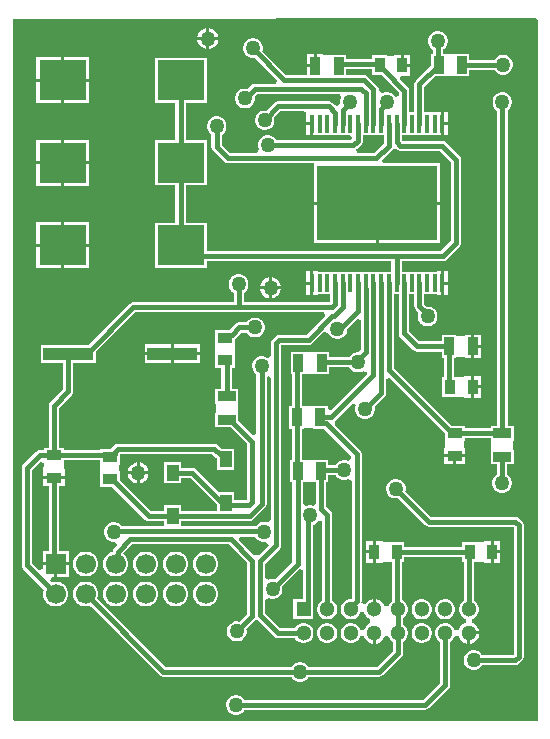
<source format=gbr>
%FSTAX23Y23*%
%MOIN*%
%SFA1B1*%

%IPPOS*%
%ADD19R,0.157480X0.133858*%
%ADD20R,0.033465X0.059055*%
%ADD21R,0.035433X0.051181*%
%ADD22R,0.401574X0.248031*%
%ADD23R,0.017323X0.059055*%
%ADD24R,0.059055X0.033465*%
%ADD25R,0.043307X0.055118*%
%ADD26R,0.051181X0.035433*%
%ADD27R,0.165354X0.043307*%
%ADD42C,0.017716*%
%ADD43C,0.051181*%
%ADD44R,0.051181X0.051181*%
%ADD45R,0.066929X0.066929*%
%ADD46C,0.066929*%
%ADD47C,0.050000*%
%LNpcb1_copper_signal_top-1*%
%LPD*%
G36*
X02051Y02558D02*
Y0022D01*
X00306*
X00303Y00228*
Y02562*
X02042Y02566*
X02051Y02558*
G37*
%LNpcb1_copper_signal_top-2*%
%LPC*%
G36*
X00957Y0253D02*
Y02501D01*
X00987*
X00985Y02509*
X0098Y02517*
X00974Y02524*
X00966Y02528*
X00957Y0253*
G37*
G36*
X00947D02*
X00939Y02528D01*
X00931Y02524*
X00924Y02517*
X0092Y02509*
X00917Y02501*
X00947*
Y0253*
G37*
G36*
X00987Y02491D02*
X00957D01*
Y02461*
X00966Y02463*
X00974Y02468*
X0098Y02474*
X00985Y02482*
X00987Y02491*
G37*
G36*
X00947D02*
X00917D01*
X0092Y02482*
X00924Y02474*
X00931Y02468*
X00939Y02463*
X00947Y02461*
Y02491*
G37*
G36*
X01627Y02442D02*
X01605D01*
Y02412*
X01627*
Y02442*
G37*
G36*
X01305Y02445D02*
X01283D01*
Y0241*
X01305*
Y02445*
G37*
G36*
X00556Y02434D02*
X00473D01*
Y02362*
X00556*
Y02434*
G37*
G36*
X00463D02*
X00379D01*
Y02362*
X00463*
Y02434*
G37*
G36*
X00556Y02352D02*
X00473D01*
Y0228*
X00556*
Y02352*
G37*
G36*
X00463D02*
X00379D01*
Y0228*
X00463*
Y02352*
G37*
G36*
X01723Y02521D02*
X01714D01*
X01706Y02519*
X01698Y02514*
X01692Y02508*
X01688Y02501*
X01686Y02492*
Y02484*
X01688Y02475*
X01692Y02468*
X01698Y02462*
X01703Y02459*
Y02445*
X01696*
Y02407*
X01645Y02356*
X01642Y0235*
X0164Y02343*
Y0225*
X01623*
Y02322*
X01622Y02329*
X01618Y02334*
X01592Y0236*
X01597Y02371*
X01627*
Y02402*
X016*
Y02407*
X01595*
Y02442*
X01572*
Y02439*
X0155*
Y0244*
X01499*
Y02429*
X01414*
Y02442*
X01364*
Y02441*
X01337*
Y02445*
X01315*
Y02405*
X0131*
Y024*
X01283*
Y02376*
X01214*
X01134Y02456*
X01135Y02459*
Y02468*
X01133Y02476*
X01129Y02484*
X01123Y0249*
X01115Y02494*
X01107Y02497*
X01098*
X0109Y02494*
X01082Y0249*
X01076Y02484*
X01072Y02476*
X0107Y02468*
Y02459*
X01072Y02451*
X01076Y02443*
X01082Y02437*
X0109Y02433*
X01098Y02431*
X01107*
X0111Y02432*
X01184Y02358*
X0118Y02346*
X01108*
X01101Y02344*
X01096Y02341*
X01084Y02328*
X0108Y02329*
X01071*
X01063Y02327*
X01056Y02323*
X01049Y02317*
X01045Y02309*
X01043Y02301*
Y02292*
X01045Y02284*
X01049Y02276*
X01056Y0227*
X01063Y02266*
X01071Y02264*
X0108*
X01088Y02266*
X01096Y0227*
X01102Y02276*
X01106Y02284*
X01109Y02292*
Y02301*
X01108Y02303*
X01116Y02312*
X01391*
X01391Y02312*
X01397Y023*
X01395Y02297*
X01393Y02289*
Y02282*
X01389Y02276*
X01384Y02272*
X01376Y02273*
X01367Y02282*
X01361Y02285*
X01355Y02287*
X01186*
X01179Y02285*
X01174Y02282*
X01148Y02256*
X01146Y02256*
X01137*
X01129Y02254*
X01121Y0225*
X01115Y02244*
X01111Y02236*
X01108Y02228*
Y02219*
X01111Y02211*
X01115Y02203*
X01121Y02197*
X01129Y02193*
X01137Y02191*
X01146*
X01154Y02193*
X01161Y02197*
X01168Y02203*
X01172Y02211*
X01174Y02219*
Y02228*
X01173Y02233*
X01193Y02253*
X01269*
X0128Y02252*
Y02217*
X01299*
Y02212*
X01304*
Y02173*
X01318*
Y02175*
X01426*
X01431Y02163*
X01426Y02158*
X0118*
X01178Y02161*
X01172Y02167*
X01164Y02171*
X01156Y02173*
X01147*
X01139Y02171*
X01131Y02167*
X01125Y02161*
X01121Y02153*
X01119Y02145*
Y02136*
X01121Y02128*
X01122Y02127*
X01115Y02115*
X01026*
X00999Y02142*
Y02176*
X01002Y02177*
X01008Y02184*
X01012Y02191*
X01014Y02199*
Y02208*
X01012Y02216*
X01008Y02224*
X01002Y0223*
X00994Y02234*
X00986Y02237*
X00977*
X00969Y02234*
X00961Y0223*
X00955Y02224*
X00951Y02216*
X00949Y02208*
Y02199*
X00951Y02191*
X00955Y02184*
X00961Y02177*
X00964Y02176*
Y02135*
X00966Y02128*
X00969Y02123*
X01006Y02086*
X01012Y02082*
X01019Y02081*
X01294*
X01306Y02081*
Y02069*
Y01952*
X01517*
X01727*
Y02081*
X01537*
X01532Y02092*
X01565Y02125*
X01572Y02127*
X0158Y02127*
X0158Y02127*
X01586Y02123*
X01592Y02122*
X01726*
X01763Y02084*
Y01823*
X01729Y01789*
X00948*
Y01882*
X00878*
Y02007*
X00948*
Y02157*
X00878*
Y02282*
X00948*
Y02432*
X00775*
Y02282*
X00844*
Y02157*
X00775*
Y02007*
X00844*
Y01882*
X00775*
Y01732*
X00948*
Y01755*
X01564*
Y01718*
X01318*
Y0172*
X01304*
Y01681*
Y01641*
X01318*
Y01643*
X01359*
Y01617*
X01358Y01617*
X01072*
Y01649*
X01075Y0165*
X01081Y01656*
X01085Y01664*
X01087Y01672*
Y01681*
X01085Y01689*
X01081Y01697*
X01075Y01703*
X01067Y01707*
X01059Y0171*
X0105*
X01042Y01707*
X01034Y01703*
X01028Y01697*
X01024Y01689*
X01022Y01681*
Y01672*
X01024Y01664*
X01028Y01656*
X01034Y0165*
X01038Y01649*
Y01617*
X00703*
X00696Y01616*
X00691Y01612*
X00554Y01475*
X00397*
Y01416*
X0047*
Y01327*
X00427Y01284*
X00424Y01279*
X00422Y01272*
Y01132*
X00406*
Y01124*
X00392*
X00385Y01123*
X0038Y01119*
X00337Y01077*
X00334Y01071*
X00332Y01065*
Y0074*
X00334Y00733*
X00337Y00727*
X00406Y00659*
X00403Y0065*
Y00639*
X00406Y00629*
X00411Y00619*
X00419Y00611*
X00429Y00606*
X00439Y00603*
X0045*
X0046Y00606*
X0047Y00611*
X00478Y00619*
X00483Y00629*
X00486Y00639*
Y0065*
X00483Y0066*
X00478Y0067*
X0047Y00678*
X0046Y00683*
X0045Y00686*
X00439*
X00432Y00684*
X00427Y00689*
X00432Y00701*
X0044*
Y0074*
X00401*
Y00728*
X0039Y00723*
X00367Y00747*
Y01057*
X00394Y01085*
X00406Y01081*
X00407Y01072*
X00404Y0106*
Y01037*
X0044*
X00475*
Y0106*
X00472*
Y01081*
X00473*
Y0109*
X00591*
Y01076*
X00592*
Y01053*
X00591*
Y01002*
X00634*
X00743Y00892*
X00748Y00889*
X00755Y00887*
X00805*
Y0087*
X00665*
X00665Y00871*
X00659Y00877*
X00651Y00881*
X00643Y00883*
X00634*
X00626Y00881*
X00618Y00877*
X00612Y00871*
X00608Y00863*
X00606Y00855*
Y00846*
X00608Y00838*
X00612Y0083*
X00618Y00824*
X00626Y0082*
X00634Y00818*
X00643*
X00643Y00817*
X00649Y00807*
X0064Y00798*
X00637Y00793*
X00635Y00786*
Y00785*
X00629Y00783*
X00619Y00778*
X00611Y0077*
X00606Y0076*
X00603Y0075*
Y00739*
X00606Y00729*
X00611Y00719*
X00619Y00711*
X00629Y00706*
X00639Y00703*
X0065*
X0066Y00706*
X0067Y00711*
X00678Y00719*
X00683Y00729*
X00686Y00739*
Y0075*
X00683Y0076*
X00678Y0077*
X0067Y00778*
X00677Y00787*
X00701Y00811*
X01021*
X01083Y00749*
Y00579*
X01056Y00552*
X01052Y00553*
X01044*
X01035Y00551*
X01028Y00546*
X01022Y0054*
X01017Y00533*
X01015Y00524*
Y00516*
X01017Y00507*
X01022Y005*
X01028Y00494*
X01035Y00489*
X01044Y00487*
X01052*
X01061Y00489*
X01068Y00494*
X01074Y005*
X01079Y00507*
X01081Y00516*
Y00524*
X0108Y00528*
X01112Y0056*
X01122Y00553*
X01173Y00502*
X01178Y00499*
X01185Y00497*
X01242*
X01244Y00494*
X0125Y00488*
X01258Y00483*
X01266Y00481*
X01275*
X01284Y00483*
X01291Y00488*
X01298Y00494*
X01302Y00502*
X01304Y0051*
Y00519*
X01302Y00527*
X01298Y00535*
X01291Y00541*
X01284Y00546*
X01275Y00548*
X01266*
X01258Y00546*
X0125Y00541*
X01244Y00535*
X01242Y00532*
X01192*
X01143Y00581*
Y00625*
X01155Y00631*
X01155Y00631*
X01163Y00629*
X01172*
X0118Y00631*
X01188Y00636*
X01194Y00642*
X01198Y00649*
X012Y00658*
Y00666*
X01199Y0067*
X01257Y00728*
X01269Y00723*
Y00627*
X01237*
Y0056*
X01304*
Y00627*
X01303*
Y00876*
X01305Y00876*
X01313Y00881*
X01319Y00887*
X01321Y0089*
X01332Y00887*
Y00622*
X01329Y0062*
X01323Y00614*
X01318Y00606*
X01316Y00598*
Y00589*
X01318Y0058*
X01323Y00573*
X01329Y00566*
X01337Y00562*
X01345Y0056*
X01354*
X01362Y00562*
X0137Y00566*
X01376Y00573*
X01381Y0058*
X01383Y00589*
Y00598*
X01381Y00606*
X01376Y00614*
X0137Y0062*
X01367Y00622*
Y00909*
X01365Y00916*
X01362Y00921*
X01347Y00936*
Y01017*
X01354*
Y0104*
X01378*
X0138Y01037*
X01386Y01031*
X01394Y01027*
X01402Y01025*
X01411*
X01419Y01027*
X01419Y01027*
X01431Y0102*
Y00629*
X01429Y00627*
X01424*
X01415Y00624*
X01408Y0062*
X01402Y00614*
X01397Y00606*
X01395Y00598*
Y00589*
X01397Y0058*
X01402Y00573*
X01408Y00566*
X01415Y00562*
X01424Y0056*
X01433*
X01441Y00562*
X01449Y00566*
X01455Y00573*
X01459Y0058*
X0146Y00584*
X01473*
X01474Y0058*
X01479Y00571*
X01485Y00565*
X01493Y0056*
X01494Y0056*
Y00548*
X01493Y00548*
X01485Y00543*
X01479Y00536*
X01474Y00528*
X01473Y00524*
X0146*
X01459Y00527*
X01455Y00535*
X01449Y00541*
X01441Y00546*
X01433Y00548*
X01424*
X01415Y00546*
X01408Y00541*
X01402Y00535*
X01397Y00527*
X01395Y00519*
Y0051*
X01397Y00502*
X01402Y00494*
X01408Y00488*
X01415Y00483*
X01424Y00481*
X01433*
X01441Y00483*
X01449Y00488*
X01455Y00494*
X01459Y00502*
X0146Y00505*
X01473*
X01474Y00501*
X01479Y00493*
X01485Y00486*
X01493Y00481*
X01502Y00479*
Y00515*
X01512*
Y00479*
X01521Y00481*
X01529Y00486*
X01536Y00493*
X0154Y00501*
X01541Y00505*
X01554*
X01555Y00502*
X01559Y00494*
X01565Y00488*
X01569Y00486*
Y00455*
X01516Y00402*
X01287*
X01286Y00406*
X0128Y00412*
X01272Y00416*
X01264Y00418*
X01255*
X01247Y00416*
X01239Y00412*
X01233Y00406*
X01231Y00402*
X00811*
X00583Y0063*
X00586Y00639*
Y0065*
X00583Y0066*
X00578Y0067*
X0057Y00678*
X0056Y00683*
X0055Y00686*
X00539*
X00529Y00683*
X00519Y00678*
X00511Y0067*
X00506Y0066*
X00503Y0065*
Y00639*
X00506Y00629*
X00511Y00619*
X00519Y00611*
X00529Y00606*
X00539Y00603*
X0055*
X00559Y00606*
X00792Y00373*
X00797Y0037*
X00804Y00368*
X01231*
X01233Y00365*
X01239Y00359*
X01247Y00355*
X01255Y00352*
X01264*
X01272Y00355*
X0128Y00359*
X01286Y00365*
X01287Y00368*
X01523*
X0153Y0037*
X01535Y00373*
X01598Y00436*
X01602Y00441*
X01603Y00448*
Y00486*
X01606Y00488*
X01613Y00494*
X01617Y00502*
X01619Y0051*
Y00519*
X01617Y00527*
X01613Y00535*
X01606Y00541*
X01603Y00543*
Y00564*
X01606Y00566*
X01613Y00573*
X01617Y0058*
X01619Y00589*
Y00598*
X01617Y00606*
X01613Y00614*
X01606Y0062*
X01599Y00624*
Y00751*
X01607*
Y00767*
X01799*
Y00751*
X01805*
Y00622*
X01801Y0062*
X01795Y00614*
X01791Y00606*
X01789Y00598*
Y00589*
X01791Y0058*
X01795Y00573*
X01801Y00566*
X01809Y00562*
X01813Y00561*
Y00549*
X01808Y00548*
X018Y00543*
X01794Y00536*
X01789Y00528*
X01788Y00524*
X01775*
X01774Y00527*
X0177Y00535*
X01764Y00541*
X01756Y00546*
X01748Y00548*
X01739*
X0173Y00546*
X01723Y00541*
X01716Y00535*
X01712Y00527*
X0171Y00519*
Y0051*
X01712Y00502*
X01716Y00494*
X01723Y00488*
X01726Y00486*
Y00349*
X0167Y00292*
X01073*
X01072Y00296*
X01066Y00302*
X01058Y00306*
X0105Y00308*
X01041*
X01033Y00306*
X01025Y00302*
X01019Y00296*
X01015Y00288*
X01012Y0028*
Y00271*
X01015Y00263*
X01019Y00255*
X01025Y00249*
X01033Y00245*
X01041Y00242*
X0105*
X01058Y00245*
X01066Y00249*
X01072Y00255*
X01073Y00258*
X01677*
X01684Y0026*
X01689Y00263*
X01755Y00329*
X01759Y00335*
X0176Y00342*
Y00486*
X01764Y00488*
X0177Y00494*
X01774Y00502*
X01775Y00505*
X01788*
X01789Y00501*
X01794Y00493*
X018Y00486*
X01808Y00481*
X01817Y00479*
Y00515*
X01822*
Y0052*
X01857*
X01855Y00528*
X0185Y00536*
X01844Y00543*
X01836Y00548*
X01831Y00549*
Y00561*
X01835Y00562*
X01843Y00566*
X01849Y00573*
X01853Y0058*
X01855Y00589*
Y00598*
X01853Y00606*
X01849Y00614*
X01843Y0062*
X01839Y00622*
Y00751*
X0185*
Y00752*
X01872*
Y00749*
X01895*
Y00785*
Y0082*
X01872*
Y00817*
X0185*
Y00818*
X01799*
Y00802*
X01607*
Y00818*
X01556*
Y00817*
X01535*
Y0082*
X01512*
Y00785*
Y00749*
X01535*
Y00752*
X01556*
Y00751*
X01565*
Y0062*
X01559Y00614*
X01555Y00606*
X01554Y00603*
X01541*
X0154Y00607*
X01536Y00615*
X01529Y00622*
X01521Y00626*
X01512Y00629*
Y00593*
X01502*
Y00629*
X01493Y00626*
X01485Y00622*
X01479Y00615*
X01477Y00612*
X01464Y00613*
X01463Y00614*
X01464Y00616*
X01465Y00622*
Y01112*
X01464Y01118*
X0146Y01124*
X01376Y01208*
X01376Y01217*
X01378Y01223*
X01436Y01282*
X01446Y01275*
X01445Y01274*
X01443Y01266*
Y01257*
X01445Y01249*
X01449Y01241*
X01456Y01235*
X01463Y01231*
X01471Y01228*
X0148*
X01488Y01231*
X01496Y01235*
X01502Y01241*
X01506Y01249*
X01509Y01257*
Y01266*
X01508Y01269*
X01541Y01303*
X01545Y01308*
X01546Y01315*
Y0136*
X01557Y01365*
X01741Y01181*
Y01154*
X01742*
Y01132*
X01739*
Y0111*
X01775*
X0181*
Y01132*
X01807*
Y01154*
X01808*
Y01163*
X01896*
Y01156*
X01897*
Y01126*
X01896*
Y01077*
X01915*
Y01043*
X01912Y01041*
X01906Y01035*
X01902Y01027*
X01899Y01019*
Y0101*
X01902Y01002*
X01906Y00994*
X01912Y00988*
X0192Y00984*
X01928Y00982*
X01937*
X01945Y00984*
X01953Y00988*
X01959Y00994*
X01963Y01002*
X01965Y0101*
Y01019*
X01963Y01027*
X01959Y01035*
X01953Y01041*
X01949Y01043*
Y01077*
X01971*
Y01126*
X0197*
Y01156*
X01971*
Y01205*
X01951*
Y02256*
X01954Y02258*
X0196Y02264*
X01964Y02272*
X01966Y0228*
Y02289*
X01964Y02297*
X0196Y02304*
X01954Y02311*
X01946Y02315*
X01938Y02317*
X01929*
X01921Y02315*
X01913Y02311*
X01907Y02304*
X01903Y02297*
X01901Y02289*
Y0228*
X01903Y02272*
X01907Y02264*
X01913Y02258*
X01917Y02256*
Y01205*
X01896*
Y01197*
X01808*
Y01205*
X01765*
X01572Y01398*
Y01643*
X01589*
Y01513*
X0159Y01506*
X01594Y01501*
X01637Y01457*
X01643Y01454*
X0165Y01452*
X01731*
Y01432*
X01739*
Y01368*
X01734*
Y01301*
X01785*
Y01302*
X01807*
Y01299*
X0183*
Y01335*
Y0137*
X01807*
Y01367*
X01785*
Y01368*
X01773*
Y01432*
X0178*
Y01433*
X01808*
Y0143*
X0183*
Y0147*
Y01509*
X01808*
Y01506*
X0178*
Y01507*
X01731*
Y01487*
X01657*
X01623Y0152*
Y01643*
X0164*
Y01604*
X01642Y01598*
X01645Y01592*
X01654Y01583*
X01654Y01582*
X01652Y01574*
Y01565*
X01654Y01557*
X01658Y01549*
X01664Y01543*
X01672Y01539*
X0168Y01537*
X01689*
X01697Y01539*
X01705Y01543*
X01711Y01549*
X01715Y01557*
X01717Y01565*
Y01574*
X01715Y01582*
X01711Y0159*
X01705Y01596*
X01697Y016*
X01689Y01602*
X01683*
X01674Y01611*
Y01643*
X01715*
Y01641*
X01729*
Y01681*
Y0172*
X01715*
Y01718*
X01598*
Y01755*
X01736*
X01742Y01756*
X01748Y0176*
X01792Y01804*
X01796Y0181*
X01797Y01816*
Y02092*
X01796Y02098*
X01792Y02104*
X01745Y02151*
X01739Y02155*
X01733Y02156*
X01599*
X01598Y02158*
Y02175*
X01715*
Y02173*
X01729*
Y02212*
Y02252*
X01715*
Y0225*
X01674*
Y02336*
X01708Y0237*
X01746*
Y02371*
X01775*
Y0237*
X01824*
Y02392*
X01908*
X01909Y02389*
X01915Y02383*
X01923Y02379*
X01931Y02376*
X0194*
X01948Y02379*
X01956Y02383*
X01962Y02389*
X01966Y02397*
X01968Y02405*
Y02414*
X01966Y02422*
X01962Y02429*
X01956Y02436*
X01948Y0244*
X0194Y02442*
X01931*
X01923Y0244*
X01915Y02436*
X01909Y02429*
X01907Y02426*
X01824*
Y02445*
X01775*
Y02444*
X01746*
Y02445*
X01737*
Y02461*
X01739Y02462*
X01745Y02468*
X01749Y02475*
X01752Y02484*
Y02492*
X01749Y02501*
X01745Y02508*
X01739Y02514*
X01731Y02519*
X01723Y02521*
G37*
G36*
X01753Y02252D02*
X01739D01*
Y02217*
X01753*
Y02252*
G37*
G36*
Y02207D02*
X01739D01*
Y02173*
X01753*
Y02207*
G37*
G36*
X01294D02*
X0128D01*
Y02173*
X01294*
Y02207*
G37*
G36*
X00556Y02159D02*
X00473D01*
Y02087*
X00556*
Y02159*
G37*
G36*
X00463D02*
X00379D01*
Y02087*
X00463*
Y02159*
G37*
G36*
X00556Y02077D02*
X00473D01*
Y02005*
X00556*
Y02077*
G37*
G36*
X00463D02*
X00379D01*
Y02005*
X00463*
Y02077*
G37*
G36*
X01727Y01942D02*
X01522D01*
Y01813*
X01727*
Y01942*
G37*
G36*
X01512D02*
X01306D01*
Y01813*
X01512*
Y01942*
G37*
G36*
X00556Y01884D02*
X00473D01*
Y01812*
X00556*
Y01884*
G37*
G36*
X00463D02*
X00379D01*
Y01812*
X00463*
Y01884*
G37*
G36*
X00556Y01802D02*
X00473D01*
Y0173*
X00556*
Y01802*
G37*
G36*
X00463D02*
X00379D01*
Y0173*
X00463*
Y01802*
G37*
G36*
X01753Y0172D02*
X01739D01*
Y01686*
X01753*
Y0172*
G37*
G36*
X01294D02*
X0128D01*
Y01686*
X01294*
Y0172*
G37*
G36*
X01166Y017D02*
Y0167D01*
X01196*
X01194Y01678*
X01189Y01686*
X01182Y01693*
X01174Y01697*
X01166Y017*
G37*
G36*
X01156D02*
X01147Y01697D01*
X01139Y01693*
X01133Y01686*
X01128Y01678*
X01126Y0167*
X01156*
Y017*
G37*
G36*
X01753Y01676D02*
X01739D01*
Y01641*
X01753*
Y01676*
G37*
G36*
X01294D02*
X0128D01*
Y01641*
X01294*
Y01676*
G37*
G36*
X01196Y0166D02*
X01166D01*
Y0163*
X01174Y01632*
X01182Y01637*
X01189Y01643*
X01194Y01651*
X01196Y0166*
G37*
G36*
X01156D02*
X01126D01*
X01128Y01651*
X01133Y01643*
X01139Y01637*
X01147Y01632*
X01156Y0163*
Y0166*
G37*
G36*
X01861Y01509D02*
X0184D01*
Y01475*
X01861*
Y01509*
G37*
G36*
Y01465D02*
X0184D01*
Y0143*
X01861*
Y01465*
G37*
G36*
X01862Y0137D02*
X0184D01*
Y0134*
X01862*
Y0137*
G37*
G36*
Y0133D02*
X0184D01*
Y01299*
X01862*
Y0133*
G37*
G36*
X0181Y011D02*
X0178D01*
Y01077*
X0181*
Y011*
G37*
G36*
X0177D02*
X01739D01*
Y01077*
X0177*
Y011*
G37*
G36*
X01927Y0082D02*
X01905D01*
Y0079*
X01927*
Y0082*
G37*
G36*
X01502D02*
X01479D01*
Y0079*
X01502*
Y0082*
G37*
G36*
X00475Y01027D02*
X0044D01*
X00404*
Y01004*
X00422*
Y00788*
X00401*
Y0075*
X00445*
X00488*
Y00788*
X00457*
Y01004*
X00475*
Y01027*
G37*
G36*
X01927Y0078D02*
X01905D01*
Y00749*
X01927*
Y0078*
G37*
G36*
X01502D02*
X01479D01*
Y00749*
X01502*
Y0078*
G37*
G36*
X0055Y00786D02*
X00539D01*
X00529Y00783*
X00519Y00778*
X00511Y0077*
X00506Y0076*
X00503Y0075*
Y00739*
X00506Y00729*
X00511Y00719*
X00519Y00711*
X00529Y00706*
X00539Y00703*
X0055*
X0056Y00706*
X0057Y00711*
X00578Y00719*
X00583Y00729*
X00586Y00739*
Y0075*
X00583Y0076*
X00578Y0077*
X0057Y00778*
X0056Y00783*
X0055Y00786*
G37*
G36*
X0095D02*
X00939D01*
X00929Y00783*
X00919Y00778*
X00911Y0077*
X00906Y0076*
X00903Y0075*
Y00739*
X00906Y00729*
X00911Y00719*
X00919Y00711*
X00929Y00706*
X00939Y00703*
X0095*
X0096Y00706*
X0097Y00711*
X00978Y00719*
X00983Y00729*
X00986Y00739*
Y0075*
X00983Y0076*
X00978Y0077*
X0097Y00778*
X0096Y00783*
X0095Y00786*
G37*
G36*
X0085D02*
X00839D01*
X00829Y00783*
X00819Y00778*
X00811Y0077*
X00806Y0076*
X00803Y0075*
Y00739*
X00806Y00729*
X00811Y00719*
X00819Y00711*
X00829Y00706*
X00839Y00703*
X0085*
X0086Y00706*
X0087Y00711*
X00878Y00719*
X00883Y00729*
X00886Y00739*
Y0075*
X00883Y0076*
X00878Y0077*
X0087Y00778*
X0086Y00783*
X0085Y00786*
G37*
G36*
X0075D02*
X00739D01*
X00729Y00783*
X00719Y00778*
X00711Y0077*
X00706Y0076*
X00703Y0075*
Y00739*
X00706Y00729*
X00711Y00719*
X00719Y00711*
X00729Y00706*
X00739Y00703*
X0075*
X0076Y00706*
X0077Y00711*
X00778Y00719*
X00783Y00729*
X00786Y00739*
Y0075*
X00783Y0076*
X00778Y0077*
X0077Y00778*
X0076Y00783*
X0075Y00786*
G37*
G36*
X00488Y0074D02*
X0045D01*
Y00701*
X00488*
Y0074*
G37*
G36*
X0085Y00686D02*
X00839D01*
X00829Y00683*
X00819Y00678*
X00811Y0067*
X00806Y0066*
X00803Y0065*
Y00639*
X00806Y00629*
X00811Y00619*
X00819Y00611*
X00829Y00606*
X00839Y00603*
X0085*
X0086Y00606*
X0087Y00611*
X00878Y00619*
X00883Y00629*
X00886Y00639*
Y0065*
X00883Y0066*
X00878Y0067*
X0087Y00678*
X0086Y00683*
X0085Y00686*
G37*
G36*
X0095D02*
X00939D01*
X00929Y00683*
X00919Y00678*
X00911Y0067*
X00906Y0066*
X00903Y0065*
Y00639*
X00906Y00629*
X00911Y00619*
X00919Y00611*
X00929Y00606*
X00939Y00603*
X0095*
X0096Y00606*
X0097Y00611*
X00978Y00619*
X00983Y00629*
X00986Y00639*
Y0065*
X00983Y0066*
X00978Y0067*
X0097Y00678*
X0096Y00683*
X0095Y00686*
G37*
G36*
X0075D02*
X00739D01*
X00729Y00683*
X00719Y00678*
X00711Y0067*
X00706Y0066*
X00703Y0065*
Y00639*
X00706Y00629*
X00711Y00619*
X00719Y00611*
X00729Y00606*
X00739Y00603*
X0075*
X0076Y00606*
X0077Y00611*
X00778Y00619*
X00783Y00629*
X00786Y00639*
Y0065*
X00783Y0066*
X00778Y0067*
X0077Y00678*
X0076Y00683*
X0075Y00686*
G37*
G36*
X0065D02*
X00639D01*
X00629Y00683*
X00619Y00678*
X00611Y0067*
X00606Y0066*
X00603Y0065*
Y00639*
X00606Y00629*
X00611Y00619*
X00619Y00611*
X00629Y00606*
X00639Y00603*
X0065*
X0066Y00606*
X0067Y00611*
X00678Y00619*
X00683Y00629*
X00686Y00639*
Y0065*
X00683Y0066*
X00678Y0067*
X0067Y00678*
X0066Y00683*
X0065Y00686*
G37*
G36*
X01669Y00627D02*
X0166D01*
X01652Y00624*
X01644Y0062*
X01638Y00614*
X01633Y00606*
X01631Y00598*
Y00589*
X01633Y0058*
X01638Y00573*
X01644Y00566*
X01652Y00562*
X0166Y0056*
X01669*
X01677Y00562*
X01685Y00566*
X01691Y00573*
X01696Y0058*
X01698Y00589*
Y00598*
X01696Y00606*
X01691Y00614*
X01685Y0062*
X01677Y00624*
X01669Y00627*
G37*
G36*
X01748D02*
X01739D01*
X0173Y00624*
X01723Y0062*
X01716Y00614*
X01712Y00606*
X0171Y00598*
Y00589*
X01712Y0058*
X01716Y00573*
X01723Y00566*
X0173Y00562*
X01739Y0056*
X01748*
X01756Y00562*
X01764Y00566*
X0177Y00573*
X01774Y0058*
X01777Y00589*
Y00598*
X01774Y00606*
X0177Y00614*
X01764Y0062*
X01756Y00624*
X01748Y00627*
G37*
G36*
X01354Y00548D02*
X01345D01*
X01337Y00546*
X01329Y00541*
X01323Y00535*
X01318Y00527*
X01316Y00519*
Y0051*
X01318Y00502*
X01323Y00494*
X01329Y00488*
X01337Y00483*
X01345Y00481*
X01354*
X01362Y00483*
X0137Y00488*
X01376Y00494*
X01381Y00502*
X01383Y0051*
Y00519*
X01381Y00527*
X01376Y00535*
X0137Y00541*
X01362Y00546*
X01354Y00548*
G37*
G36*
X01669D02*
X0166D01*
X01652Y00546*
X01644Y00541*
X01638Y00535*
X01633Y00527*
X01631Y00519*
Y0051*
X01633Y00502*
X01638Y00494*
X01644Y00488*
X01652Y00483*
X0166Y00481*
X01669*
X01677Y00483*
X01685Y00488*
X01691Y00494*
X01696Y00502*
X01698Y0051*
Y00519*
X01696Y00527*
X01691Y00535*
X01685Y00541*
X01677Y00546*
X01669Y00548*
G37*
G36*
X01857Y0051D02*
X01827D01*
Y00479*
X01836Y00481*
X01844Y00486*
X0185Y00493*
X01855Y00501*
X01857Y0051*
G37*
G36*
X01583Y01028D02*
X01574D01*
X01566Y01026*
X01558Y01022*
X01552Y01016*
X01548Y01008*
X01545Y01*
Y00991*
X01548Y00983*
X01552Y00975*
X01558Y00969*
X01566Y00965*
X01574Y00963*
X01583*
X01586Y00964*
X01676Y00873*
X01682Y0087*
X01688Y00868*
X0197*
X01971Y00868*
Y00442*
X0197Y00442*
X01866*
X01864Y00445*
X01858Y00451*
X01851Y00455*
X01842Y00458*
X01834*
X01825Y00455*
X01818Y00451*
X01812Y00445*
X01807Y00437*
X01805Y00429*
Y0042*
X01807Y00412*
X01812Y00405*
X01818Y00398*
X01825Y00394*
X01834Y00392*
X01842*
X01851Y00394*
X01858Y00398*
X01864Y00405*
X01866Y00408*
X01977*
X01984Y00409*
X01989Y00413*
X02Y00423*
X02003Y00429*
X02005Y00435*
Y00875*
X02003Y00881*
X02Y00887*
X01989Y00897*
X01984Y00901*
X01977Y00902*
X01696*
X0161Y00988*
X01611Y00991*
Y01*
X01609Y01008*
X01605Y01016*
X01598Y01022*
X01591Y01026*
X01583Y01028*
G37*
%LNpcb1_copper_signal_top-3*%
%LPD*%
G36*
X01499Y02373D02*
X01531D01*
X01589Y02315*
Y02304*
X01577Y02301*
X01575Y02305*
X01568Y02312*
X01561Y02316*
X01553Y02318*
X01544*
X01536Y02316*
X01533Y02314*
X01521Y0232*
X01521Y0232*
Y02327*
X0152Y02333*
X01516Y02339*
X01484Y02371*
X01478Y02375*
X01472Y02376*
X01414*
Y02395*
X01499*
Y02373*
G37*
G36*
X01538Y02146D02*
X01506Y02115D01*
X01449*
X01446Y02127*
X01449Y02128*
X01465Y02144*
X01468Y0215*
X0147Y02156*
Y02175*
X01538*
Y02146*
G37*
G36*
X01344Y01571D02*
X01281Y01509D01*
X0119*
X01184Y01507*
X01178Y01504*
X01168Y01493*
X01164Y01488*
X01163Y01481*
Y01437*
X01151Y01432*
X01144Y01436*
X01136Y01439*
X01127*
X01119Y01436*
X01111Y01432*
X01105Y01426*
X01101Y01418*
X01098Y0141*
Y01401*
X01101Y01393*
X01105Y01385*
X01111Y01379*
X01114Y01378*
Y01178*
X01102Y01174*
X01052Y01224*
Y01249*
X01051*
Y01279*
X01052*
Y01328*
X01032*
Y01399*
X01043*
Y0145*
X01042*
Y01474*
X01043*
Y01496*
X01044Y01496*
X01063Y01516*
X01081*
X01082Y01513*
X01089Y01507*
X01096Y01502*
X01104Y015*
X01113*
X01121Y01502*
X01129Y01507*
X01135Y01513*
X01139Y0152*
X01142Y01528*
Y01537*
X01139Y01545*
X01135Y01553*
X01129Y01559*
X01121Y01563*
X01113Y01566*
X01104*
X01096Y01563*
X01089Y01559*
X01082Y01553*
X01081Y0155*
X01056*
X0105Y01549*
X01044Y01545*
X01024Y01525*
X01018*
X01017Y01525*
X00976*
Y01474*
X00977*
Y0145*
X00976*
Y01399*
X00997*
Y01328*
X00977*
Y01279*
X00978*
Y01249*
X00977*
Y012*
X01028*
X01082Y01145*
Y00957*
X01082Y00957*
X0104*
Y00984*
X00988*
X00912Y0106*
X00906Y01064*
X009Y01065*
X00864*
Y01084*
X00805*
Y01013*
X00864*
Y01031*
X00893*
X00981Y00943*
Y00922*
X00864*
Y0094*
X00805*
Y00922*
X00762*
X00658Y01026*
Y01053*
X00657*
Y01076*
X00658*
Y01109*
X00658Y01111*
Y01112*
X00659Y01112*
X00967*
X0098Y01099*
X00981Y01099*
Y01057*
X0104*
Y01128*
X00999*
X00999Y01128*
X00986Y01141*
X0098Y01145*
X00974Y01146*
X00652*
X00645Y01145*
X0064Y01141*
X00629Y01131*
X00627Y01127*
X00591*
Y01124*
X00473*
Y01132*
X00457*
Y01265*
X00499Y01308*
X00503Y01314*
X00504Y0132*
Y01416*
X00578*
Y01451*
X0071Y01583*
X01339*
X01344Y01571*
G37*
G36*
X01461Y01557D02*
Y01459D01*
X01452Y0145*
X01448*
X0144Y01447*
X01432Y01443*
X01426Y01437*
X01424Y01434*
X01356*
Y01452*
X01306*
Y01451*
X01277*
Y01452*
X01228*
Y01377*
X01233*
Y01271*
X01223*
Y01196*
X01232*
Y01092*
X01226*
Y01017*
X01234*
Y00752*
X01175Y00694*
X01172Y00695*
X01163*
X01155Y00693*
X01155Y00692*
X01143Y00699*
Y00746*
X01192Y00795*
X01196Y008*
X01197Y00807*
Y01474*
X01197Y01475*
X01288*
X01295Y01476*
X013Y0148*
X0134Y01519*
X01353Y01516*
X01354Y01516*
X01358Y01508*
X01364Y01502*
X01371Y01498*
X0138Y01496*
X01388*
X01397Y01498*
X01404Y01502*
X0141Y01508*
X01415Y01516*
X01417Y01524*
Y01529*
X0145Y01562*
X01461Y01557*
G37*
G36*
X01426Y01397D02*
X01432Y01391D01*
X0144Y01386*
X01448Y01384*
X01457*
X01465Y01386*
X01469Y01389*
X01479Y01386*
X01482Y01384*
X01483Y01377*
X01363Y01257*
X01351Y01262*
Y01271*
X01302*
Y0127*
X01273*
Y01271*
X01267*
Y01377*
X01277*
Y01378*
X01306*
Y01377*
X01356*
Y014*
X01424*
X01426Y01397*
G37*
G36*
X01302Y01196D02*
X01333D01*
X01335Y01196*
X0134*
X0143Y01106*
X01429Y01094*
X01419Y01088*
X01419Y01088*
X01411Y0109*
X01402*
X01394Y01088*
X01386Y01084*
X0138Y01078*
X01378Y01075*
X01354*
Y01092*
X01305*
Y01091*
X01275*
Y01092*
X01266*
Y01196*
X01273*
Y01197*
X01302*
Y01196*
G37*
G36*
X01305Y01017D02*
X01312D01*
Y00946*
X01301Y00939*
X01297Y0094*
X01288*
X0128Y00938*
X0128Y00938*
X01268Y00944*
Y01017*
X01275*
Y01018*
X01305*
Y01017*
G37*
G36*
X01163Y01363D02*
Y0089D01*
X01151Y00883*
X01151Y00883*
X01143Y00885*
X01134*
X01126Y00883*
X01118Y00879*
X01112Y00872*
X01111Y0087*
X00864*
Y00887*
X01091*
X01097Y00889*
X01103Y00892*
X01143Y00933*
X01147Y00938*
X01148Y00945*
Y01368*
X01151Y0137*
X01163Y01363*
G37*
G36*
X01112Y00832D02*
X01118Y00826D01*
X01126Y00822*
X01134Y00819*
X01143*
X01154Y0081*
X01155Y00806*
X01122Y00773*
X01106Y00774*
X01055Y00825*
X01059Y00836*
X0111*
X01112Y00832*
G37*
%LNpcb1_copper_signal_top-4*%
%LPC*%
G36*
X00926Y01477D02*
X00839D01*
Y0145*
X00926*
Y01477*
G37*
G36*
X00829D02*
X00741D01*
Y0145*
X00829*
Y01477*
G37*
G36*
X00926Y0144D02*
X00839D01*
Y01414*
X00926*
Y0144*
G37*
G36*
X00829D02*
X00741D01*
Y01414*
X00829*
Y0144*
G37*
G36*
X00725Y01083D02*
Y01053D01*
X00754*
X00752Y01062*
X00748Y0107*
X00741Y01076*
X00733Y01081*
X00725Y01083*
G37*
G36*
X00715D02*
X00706Y01081D01*
X00698Y01076*
X00692Y0107*
X00687Y01062*
X00685Y01053*
X00715*
Y01083*
G37*
G36*
X00754Y01043D02*
X00725D01*
Y01014*
X00733Y01016*
X00741Y0102*
X00748Y01027*
X00752Y01035*
X00754Y01043*
G37*
G36*
X00715D02*
X00685D01*
X00687Y01035*
X00692Y01027*
X00698Y0102*
X00706Y01016*
X00715Y01014*
Y01043*
G37*
%LNpcb1_copper_signal_top-5*%
%LPD*%
G54D19*
X00468Y02082D03*
X00861D03*
Y01807D03*
X00468D03*
X00861Y02357D03*
X00468D03*
G54D20*
X01389Y02405D03*
X0131D03*
X018Y02408D03*
X01721D03*
X01756Y0147D03*
X01835D03*
X0133Y01055D03*
X01251D03*
X01331Y01415D03*
X01252D03*
X01327Y01234D03*
X01248D03*
G54D21*
X016Y02407D03*
X01525D03*
X01835Y01335D03*
X0176D03*
X01507Y00785D03*
X01582D03*
X01825D03*
X019D03*
G54D22*
X01517Y01947D03*
G54D23*
X01299Y02212D03*
X01325D03*
X0135D03*
X01376D03*
X01401D03*
X01427D03*
X01453D03*
X01478D03*
X01504D03*
X01529D03*
X01555D03*
X01581D03*
X01606D03*
X01632D03*
X01657D03*
X01683D03*
X01709D03*
X01734D03*
X01299Y01681D03*
X01325D03*
X0135D03*
X01376D03*
X01401D03*
X01427D03*
X01453D03*
X01478D03*
X01504D03*
X01529D03*
X01555D03*
X01581D03*
X01606D03*
X01632D03*
X01657D03*
X01683D03*
X01709D03*
X01734D03*
G54D24*
X01934Y01101D03*
Y0118D03*
X01015Y01303D03*
Y01225D03*
G54D25*
X00835Y01048D03*
Y00905D03*
X01011Y01093D03*
Y00949D03*
G54D26*
X0044Y01032D03*
Y01107D03*
X01775Y0118D03*
Y01105D03*
X0101Y01425D03*
Y01499D03*
X00625Y01027D03*
Y01102D03*
G54D27*
X00834Y01445D03*
X00487D03*
G54D42*
X01393Y01528D02*
X01453Y01588D01*
Y01681*
X00652Y01129D02*
X00974D01*
X00641Y01119D02*
X00652Y01129D01*
X00974D02*
X00992Y01111D01*
X00641Y01111D02*
Y01119D01*
X00632Y01102D02*
X00641Y01111D01*
X0044Y0075D02*
Y01032D01*
Y0075D02*
X00445Y00745D01*
X00625Y01102D02*
X00632D01*
X00998Y01111D02*
X01011Y01099D01*
Y01093D02*
Y01099D01*
X00992Y01111D02*
X00998D01*
X0044Y01107D02*
X0062D01*
X01055Y016D02*
Y01677D01*
Y016D02*
X01366D01*
X00703D02*
X01055D01*
X01838Y00425D02*
X01977D01*
X01988Y00435*
Y00875*
X01977Y00885D02*
X01988Y00875D01*
X01688Y00885D02*
X01977D01*
X01578Y00996D02*
X01688Y00885D01*
X01523Y00385D02*
X01586Y00448D01*
X00804Y00385D02*
X01523D01*
X00545Y00645D02*
X00804Y00385D01*
X01448Y00622D02*
Y01112D01*
X01347Y01213D02*
X01448Y01112D01*
X01332Y01057D02*
X01407D01*
X01428Y00602D02*
X01448Y00622D01*
X01401Y016D02*
Y01681D01*
X01372Y0157D02*
X01401Y016D01*
X0119Y01492D02*
X01288D01*
X01367Y0157D02*
X01372D01*
X01384Y01528D02*
X01393D01*
X01288Y01492D02*
X01367Y0157D01*
X01331Y01415D02*
X01333Y01417D01*
X01452*
X01478Y01452D02*
Y0166D01*
X01452Y01426D02*
X01478Y01452D01*
X01452Y01417D02*
Y01426D01*
X01363Y01234D02*
X01504Y01374D01*
X01327Y01234D02*
X01363D01*
X01504Y01374D02*
Y01681D01*
X01327Y01221D02*
Y01234D01*
X0118Y00807D02*
Y01481D01*
X01126Y00753D02*
X0118Y00807D01*
X01126Y00574D02*
Y00753D01*
X01185Y00515D02*
X01271D01*
X01126Y00574D02*
X01185Y00515D01*
X01286Y00901D02*
X01292Y00907D01*
X01286Y00609D02*
Y00901D01*
X01271Y00593D02*
X01286Y00609D01*
X01168Y00662D02*
X01251Y00745D01*
X0133Y00929D02*
Y01055D01*
X0135Y00593D02*
Y00909D01*
X0133Y00929D02*
X0135Y00909D01*
X01251Y00745D02*
Y01055D01*
X01677Y00275D02*
X01743Y00342D01*
X01045Y00275D02*
X01677D01*
X011Y00572D02*
Y00756D01*
X01048Y0052D02*
X011Y00572D01*
X0118Y01481D02*
X0119Y01492D01*
X01137Y00853D02*
X01138Y00852D01*
X00641Y00853D02*
X01137D01*
X01028Y00828D02*
X011Y00756D01*
X00694Y00828D02*
X01028D01*
X00652Y00786D02*
X00694Y00828D01*
X00639Y0085D02*
X00641Y00853D01*
X01933Y01181D02*
X01934Y0118D01*
Y02284*
X01931Y0118D02*
X01933Y01181D01*
X01401Y02212D02*
Y02259D01*
X01426Y02284D02*
Y02284D01*
X01401Y02259D02*
X01426Y02284D01*
X01478Y02212D02*
Y02314D01*
X01108Y02329D02*
X01464D01*
X01478Y02314*
X01472Y02359D02*
X01504Y02327D01*
X01207Y02359D02*
X01472D01*
X01504Y02212D02*
Y02327D01*
X01076Y02297D02*
X01108Y02329D01*
X01102Y02464D02*
X01207Y02359D01*
X0172Y02408D02*
Y02487D01*
X01657Y02343D02*
X0172Y02406D01*
X01801Y02409D02*
X01936D01*
X01935Y02409D02*
X01936Y02409D01*
X01539Y0239D02*
X01606Y02322D01*
X01396Y02412D02*
X0152D01*
X01606Y02212D02*
Y02322D01*
X01657Y02212D02*
Y02343D01*
X01529Y02212D02*
Y0226D01*
X01548Y02279*
Y02285*
X00982Y02135D02*
Y02204D01*
Y02135D02*
X01019Y02098D01*
X01513*
X01152Y02141D02*
X01437D01*
X01453Y02156*
Y02212*
X01555Y02196D02*
Y02212D01*
X01513Y02098D02*
X01555Y02139D01*
Y02196*
X01131Y00945D02*
Y01406D01*
X01091Y00905D02*
X01131Y00945D01*
X00835Y00905D02*
X01091D01*
X01555Y01391D02*
Y01681D01*
Y01391D02*
X01767Y0118D01*
X01476Y01261D02*
X01529Y01315D01*
Y01681*
X01376Y0161D02*
Y01681D01*
X01366Y016D02*
X01376Y0161D01*
X01249Y01056D02*
X01251Y01055D01*
X0133D02*
X01332Y01057D01*
X01428Y00593D02*
Y00602D01*
X01335Y01213D02*
X01347D01*
X01327Y01221D02*
X01335Y01213D01*
X01249Y01232D02*
X0125Y01233D01*
Y01412*
X01252Y01415*
X01249Y01056D02*
Y01232D01*
X01141Y02225D02*
X01186Y0227D01*
X01141Y02223D02*
Y02225D01*
X01186Y0227D02*
X01355D01*
X01555Y022D02*
X01555Y02201D01*
X01555Y02196D02*
Y022D01*
X00392Y01107D02*
X0044D01*
X01355Y0227D02*
X01376Y02249D01*
Y02212D02*
Y02249D01*
Y02212D02*
X01376Y02212D01*
X01581Y0215D02*
X01592Y02139D01*
X01934Y0118D02*
X01934Y0118D01*
X01736Y01772D02*
X0178Y01816D01*
X01581Y01772D02*
X01736D01*
X00861Y01807D02*
X00896Y01772D01*
X01581*
Y01681D02*
Y01772D01*
X0178Y01816D02*
Y02092D01*
X01733Y02139D02*
X0178Y02092D01*
X01592Y02139D02*
X01733D01*
X01581Y0215D02*
Y02212D01*
X01719Y02488D02*
X0172Y02487D01*
X00652Y00752D02*
Y00786D01*
X00645Y00745D02*
X00652Y00752D01*
X01819Y00785D02*
X01822Y00782D01*
X01582Y00785D02*
X01819D01*
X0035Y0074D02*
X00445Y00645D01*
X0035Y0074D02*
Y01065D01*
X00392Y01107*
X01018Y01508D02*
X01032D01*
X0101Y01499D02*
X01018Y01508D01*
X0101Y00939D02*
X0101Y0094D01*
X0109*
X01027Y01225D02*
X011Y01152D01*
X0109Y0094D02*
X011Y0095D01*
Y01152*
X01032Y01508D02*
X01056Y01533D01*
X01109*
X00548Y01445D02*
X00703Y016D01*
X00487Y01445D02*
X00548D01*
X01743Y00342D02*
Y00515D01*
X01586Y00448D02*
Y00515D01*
X01932Y011D02*
X01934Y01101D01*
X01932Y01014D02*
Y011D01*
X01657Y01604D02*
X01685Y01577D01*
X01657Y01604D02*
Y01681D01*
X0044Y01272D02*
X00487Y0132D01*
X0044Y01107D02*
Y01272D01*
X00487Y0132D02*
Y01445D01*
X01685Y0157D02*
Y01577D01*
X00861Y01807D02*
Y02082D01*
X00835Y01048D02*
X009D01*
X0101Y00939*
X00861Y02082D02*
Y02357D01*
X00632Y01027D02*
X00755Y00905D01*
X00625Y01027D02*
X00632D01*
X01015Y01225D02*
X01027D01*
X01582Y00597D02*
Y00785D01*
X01015Y01303D02*
Y0142D01*
X00755Y00905D02*
X00835D01*
X0101Y01425D02*
X01015Y0142D01*
X01822Y00593D02*
Y00782D01*
X01582Y00597D02*
X01586Y00593D01*
X01756Y01338D02*
Y0147D01*
X01606Y01513D02*
X0165Y0147D01*
X01775Y0118D02*
X01931D01*
X01775Y0118D02*
X01775Y0118D01*
X01606Y01513D02*
Y01681D01*
X01756Y01338D02*
X0176Y01335D01*
X0165Y0147D02*
X01756D01*
X01767Y0118D02*
X01775D01*
X01586Y00515D02*
D01*
Y00593D01*
G54D43*
X01822Y00515D03*
X01743D03*
X01665D03*
X01586D03*
X01507D03*
X01428D03*
X0135D03*
X01271D03*
X01822Y00593D03*
X01743D03*
X01665D03*
X01586D03*
X01507D03*
X01428D03*
X0135D03*
G54D44*
X01271Y00593D03*
G54D45*
X00445Y00745D03*
G54D46*
X00545Y00745D03*
X00645D03*
X00745D03*
X00845D03*
X00945D03*
X00445Y00645D03*
X00545D03*
X00645D03*
X00745D03*
X00845D03*
X00945D03*
G54D47*
X01384Y01528D03*
X01452Y01417D03*
X01292Y00907D03*
X01045Y00275D03*
X01048Y0052D03*
X01138Y00852D03*
X01168Y00662D03*
X01934Y02284D03*
X01426Y02284D03*
X01935Y02409D03*
X01548Y02285D03*
X01152Y02141D03*
X01131Y01406D03*
X00639Y0085D03*
X01102Y02464D03*
X01141Y02223D03*
X00982Y02204D03*
X01076Y02297D03*
X01719Y02488D03*
X01476Y01261D03*
X01109Y01533D03*
X01932Y01014D03*
X01685Y0157D03*
X0072Y01048D03*
X01055Y01677D03*
X01161Y01665D03*
X00952Y02496D03*
X01838Y00425D03*
X01259Y00385D03*
X01578Y00996D03*
X01407Y01057D03*
M02*
</source>
